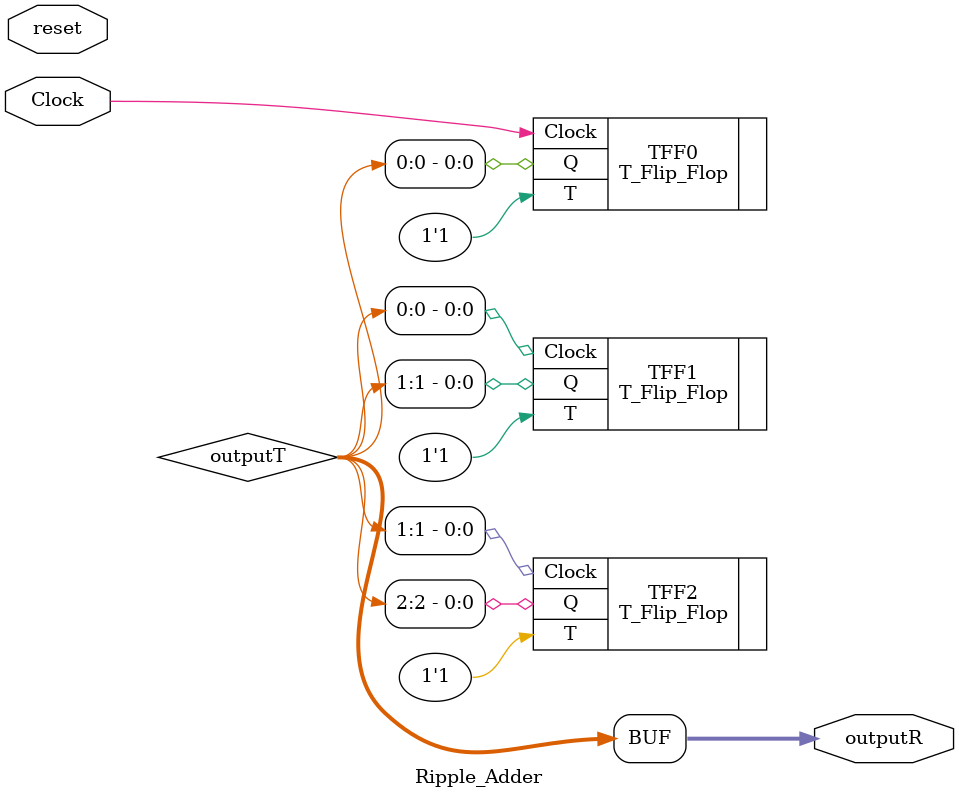
<source format=v>
module Ripple_Adder(
    input reset, Clock, 
    output [2:0] outputR
);
    wire [2:0] outputT;
    
    T_Flip_Flop TFF0(
        .T(1'b1), 
        .Clock(Clock),
        .Q(outputT[0])
    );
    
    T_Flip_Flop TFF1(
        .T(1'b1), 
        .Clock(outputT[0]),
        .Q(outputT[1])
    );
    
    T_Flip_Flop TFF2(
        .T(1'b1), 
        .Clock(outputT[1]),
        .Q(outputT[2])
    );
    
    assign outputR = outputT;
    
endmodule

</source>
